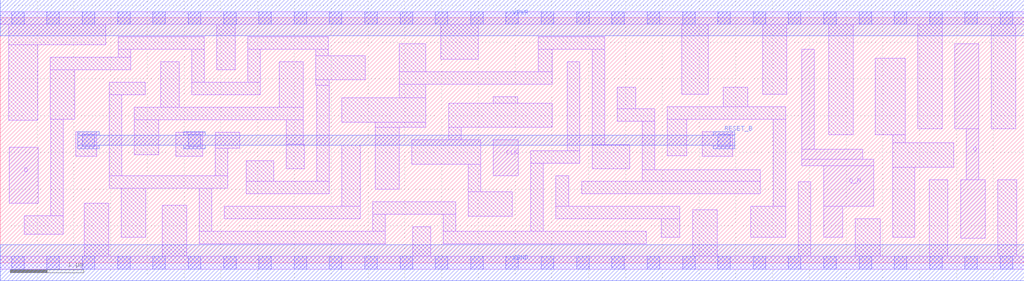
<source format=lef>
# Copyright 2020 The SkyWater PDK Authors
#
# Licensed under the Apache License, Version 2.0 (the "License");
# you may not use this file except in compliance with the License.
# You may obtain a copy of the License at
#
#     https://www.apache.org/licenses/LICENSE-2.0
#
# Unless required by applicable law or agreed to in writing, software
# distributed under the License is distributed on an "AS IS" BASIS,
# WITHOUT WARRANTIES OR CONDITIONS OF ANY KIND, either express or implied.
# See the License for the specific language governing permissions and
# limitations under the License.
#
# SPDX-License-Identifier: Apache-2.0

VERSION 5.7 ;
  NOWIREEXTENSIONATPIN ON ;
  DIVIDERCHAR "/" ;
  BUSBITCHARS "[]" ;
UNITS
  DATABASE MICRONS 200 ;
END UNITS
MACRO sky130_fd_sc_hs__dfrbp_2
  CLASS CORE ;
  FOREIGN sky130_fd_sc_hs__dfrbp_2 ;
  ORIGIN  0.000000  0.000000 ;
  SIZE  13.92000 BY  3.330000 ;
  SYMMETRY X Y R90 ;
  SITE unit ;
  PIN D
    ANTENNAGATEAREA  0.126000 ;
    DIRECTION INPUT ;
    USE SIGNAL ;
    PORT
      LAYER li1 ;
        RECT 0.125000 0.810000 0.515000 1.570000 ;
    END
  END D
  PIN Q
    ANTENNADIFFAREA  0.543200 ;
    DIRECTION OUTPUT ;
    USE SIGNAL ;
    PORT
      LAYER li1 ;
        RECT 12.975000 1.820000 13.305000 2.980000 ;
        RECT 13.060000 0.330000 13.390000 1.130000 ;
        RECT 13.135000 1.130000 13.305000 1.820000 ;
    END
  END Q
  PIN Q_N
    ANTENNADIFFAREA  0.543200 ;
    DIRECTION OUTPUT ;
    USE SIGNAL ;
    PORT
      LAYER li1 ;
        RECT 10.895000 1.320000 11.875000 1.410000 ;
        RECT 10.895000 1.410000 11.725000 1.540000 ;
        RECT 10.895000 1.540000 11.065000 2.900000 ;
        RECT 11.195000 0.350000 11.455000 0.770000 ;
        RECT 11.195000 0.770000 11.875000 1.320000 ;
    END
  END Q_N
  PIN RESET_B
    ANTENNAGATEAREA  0.378000 ;
    DIRECTION INPUT ;
    USE SIGNAL ;
    PORT
      LAYER met1 ;
        RECT 1.055000 1.550000 1.345000 1.595000 ;
        RECT 1.055000 1.595000 9.985000 1.735000 ;
        RECT 1.055000 1.735000 1.345000 1.780000 ;
        RECT 2.495000 1.550000 2.785000 1.595000 ;
        RECT 2.495000 1.735000 2.785000 1.780000 ;
        RECT 9.695000 1.550000 9.985000 1.595000 ;
        RECT 9.695000 1.735000 9.985000 1.780000 ;
    END
  END RESET_B
  PIN CLK
    ANTENNAGATEAREA  0.279000 ;
    DIRECTION INPUT ;
    USE CLOCK ;
    PORT
      LAYER li1 ;
        RECT 6.705000 1.180000 7.045000 1.670000 ;
    END
  END CLK
  PIN VGND
    DIRECTION INOUT ;
    USE GROUND ;
    PORT
      LAYER met1 ;
        RECT 0.000000 -0.245000 13.920000 0.245000 ;
    END
  END VGND
  PIN VPWR
    DIRECTION INOUT ;
    USE POWER ;
    PORT
      LAYER met1 ;
        RECT 0.000000 3.085000 13.920000 3.575000 ;
    END
  END VPWR
  OBS
    LAYER li1 ;
      RECT  0.000000 -0.085000 13.920000 0.085000 ;
      RECT  0.000000  3.245000 13.920000 3.415000 ;
      RECT  0.115000  1.940000  0.510000 2.965000 ;
      RECT  0.115000  2.965000  1.435000 3.245000 ;
      RECT  0.325000  0.390000  0.855000 0.640000 ;
      RECT  0.680000  1.950000  1.010000 2.625000 ;
      RECT  0.680000  2.625000  1.775000 2.795000 ;
      RECT  0.685000  0.640000  0.855000 1.950000 ;
      RECT  1.025000  1.450000  1.315000 1.780000 ;
      RECT  1.145000  0.085000  1.475000 0.810000 ;
      RECT  1.485000  1.015000  3.095000 1.185000 ;
      RECT  1.485000  1.185000  1.655000 2.285000 ;
      RECT  1.485000  2.285000  1.970000 2.455000 ;
      RECT  1.605000  2.795000  1.775000 2.905000 ;
      RECT  1.605000  2.905000  2.775000 3.075000 ;
      RECT  1.645000  0.350000  1.975000 1.015000 ;
      RECT  1.825000  1.470000  2.155000 1.945000 ;
      RECT  1.825000  1.945000  4.120000 2.115000 ;
      RECT  2.185000  2.115000  2.435000 2.735000 ;
      RECT  2.205000  0.085000  2.535000 0.780000 ;
      RECT  2.385000  1.445000  2.755000 1.775000 ;
      RECT  2.605000  2.285000  3.535000 2.455000 ;
      RECT  2.605000  2.455000  2.775000 2.905000 ;
      RECT  2.705000  0.255000  5.235000 0.425000 ;
      RECT  2.705000  0.425000  2.875000 1.015000 ;
      RECT  2.925000  1.185000  3.095000 1.555000 ;
      RECT  2.925000  1.555000  3.255000 1.775000 ;
      RECT  2.945000  2.625000  3.195000 3.245000 ;
      RECT  3.045000  0.595000  4.895000 0.765000 ;
      RECT  3.345000  0.935000  4.475000 1.105000 ;
      RECT  3.345000  1.105000  3.715000 1.385000 ;
      RECT  3.365000  2.455000  3.535000 2.905000 ;
      RECT  3.365000  2.905000  4.460000 3.075000 ;
      RECT  3.790000  2.115000  4.120000 2.735000 ;
      RECT  3.885000  1.275000  4.135000 1.610000 ;
      RECT  3.885000  1.610000  4.120000 1.945000 ;
      RECT  4.290000  2.410000  4.475000 2.485000 ;
      RECT  4.290000  2.485000  4.960000 2.815000 ;
      RECT  4.290000  2.815000  4.460000 2.905000 ;
      RECT  4.305000  1.105000  4.475000 2.410000 ;
      RECT  4.645000  0.765000  4.895000 1.600000 ;
      RECT  4.645000  1.910000  5.785000 2.240000 ;
      RECT  5.065000  0.425000  5.235000 0.660000 ;
      RECT  5.065000  0.660000  6.195000 0.830000 ;
      RECT  5.095000  1.000000  5.425000 1.840000 ;
      RECT  5.095000  1.840000  5.785000 1.910000 ;
      RECT  5.425000  2.240000  5.785000 2.425000 ;
      RECT  5.425000  2.425000  7.505000 2.595000 ;
      RECT  5.425000  2.595000  5.785000 2.980000 ;
      RECT  5.595000  1.340000  6.535000 1.670000 ;
      RECT  5.605000  0.085000  5.855000 0.490000 ;
      RECT  5.990000  2.765000  6.500000 3.245000 ;
      RECT  6.025000  0.255000  8.780000 0.425000 ;
      RECT  6.025000  0.425000  6.195000 0.660000 ;
      RECT  6.095000  1.670000  6.265000 1.840000 ;
      RECT  6.095000  1.840000  7.505000 2.170000 ;
      RECT  6.365000  0.635000  6.960000 0.965000 ;
      RECT  6.365000  0.965000  6.535000 1.340000 ;
      RECT  6.705000  2.170000  7.035000 2.255000 ;
      RECT  7.215000  0.425000  7.385000 1.355000 ;
      RECT  7.215000  1.355000  7.880000 1.525000 ;
      RECT  7.315000  2.595000  7.505000 2.905000 ;
      RECT  7.315000  2.905000  8.220000 3.075000 ;
      RECT  7.555000  0.595000  9.235000 0.765000 ;
      RECT  7.555000  0.765000  7.725000 1.185000 ;
      RECT  7.710000  1.525000  7.880000 2.735000 ;
      RECT  7.905000  0.935000 10.335000 1.105000 ;
      RECT  8.050000  1.275000  8.555000 1.605000 ;
      RECT  8.050000  1.605000  8.220000 2.905000 ;
      RECT  8.390000  1.925000  8.895000 2.095000 ;
      RECT  8.390000  2.095000  8.640000 2.385000 ;
      RECT  8.725000  1.105000 10.335000 1.265000 ;
      RECT  8.725000  1.265000  8.895000 1.925000 ;
      RECT  8.985000  0.350000  9.235000 0.595000 ;
      RECT  9.065000  1.455000  9.330000 1.950000 ;
      RECT  9.065000  1.950000 10.675000 2.120000 ;
      RECT  9.265000  2.290000  9.625000 3.245000 ;
      RECT  9.415000  0.085000  9.745000 0.720000 ;
      RECT  9.540000  1.450000  9.955000 1.780000 ;
      RECT  9.830000  2.120000 10.160000 2.385000 ;
      RECT 10.205000  0.350000 10.675000 0.765000 ;
      RECT 10.365000  2.290000 10.695000 3.245000 ;
      RECT 10.505000  0.765000 10.675000 1.950000 ;
      RECT 10.845000  0.085000 11.015000 1.100000 ;
      RECT 11.265000  1.740000 11.595000 3.245000 ;
      RECT 11.625000  0.085000 11.965000 0.600000 ;
      RECT 11.895000  1.740000 12.305000 2.780000 ;
      RECT 12.135000  0.350000 12.430000 1.300000 ;
      RECT 12.135000  1.300000 12.965000 1.630000 ;
      RECT 12.135000  1.630000 12.305000 1.740000 ;
      RECT 12.475000  1.820000 12.805000 3.245000 ;
      RECT 12.630000  0.085000 12.880000 1.130000 ;
      RECT 13.475000  1.820000 13.805000 3.245000 ;
      RECT 13.560000  0.085000 13.820000 1.130000 ;
    LAYER mcon ;
      RECT  0.155000 -0.085000  0.325000 0.085000 ;
      RECT  0.155000  3.245000  0.325000 3.415000 ;
      RECT  0.635000 -0.085000  0.805000 0.085000 ;
      RECT  0.635000  3.245000  0.805000 3.415000 ;
      RECT  1.115000 -0.085000  1.285000 0.085000 ;
      RECT  1.115000  1.580000  1.285000 1.750000 ;
      RECT  1.115000  3.245000  1.285000 3.415000 ;
      RECT  1.595000 -0.085000  1.765000 0.085000 ;
      RECT  1.595000  3.245000  1.765000 3.415000 ;
      RECT  2.075000 -0.085000  2.245000 0.085000 ;
      RECT  2.075000  3.245000  2.245000 3.415000 ;
      RECT  2.555000 -0.085000  2.725000 0.085000 ;
      RECT  2.555000  1.580000  2.725000 1.750000 ;
      RECT  2.555000  3.245000  2.725000 3.415000 ;
      RECT  3.035000 -0.085000  3.205000 0.085000 ;
      RECT  3.035000  3.245000  3.205000 3.415000 ;
      RECT  3.515000 -0.085000  3.685000 0.085000 ;
      RECT  3.515000  3.245000  3.685000 3.415000 ;
      RECT  3.995000 -0.085000  4.165000 0.085000 ;
      RECT  3.995000  3.245000  4.165000 3.415000 ;
      RECT  4.475000 -0.085000  4.645000 0.085000 ;
      RECT  4.475000  3.245000  4.645000 3.415000 ;
      RECT  4.955000 -0.085000  5.125000 0.085000 ;
      RECT  4.955000  3.245000  5.125000 3.415000 ;
      RECT  5.435000 -0.085000  5.605000 0.085000 ;
      RECT  5.435000  3.245000  5.605000 3.415000 ;
      RECT  5.915000 -0.085000  6.085000 0.085000 ;
      RECT  5.915000  3.245000  6.085000 3.415000 ;
      RECT  6.395000 -0.085000  6.565000 0.085000 ;
      RECT  6.395000  3.245000  6.565000 3.415000 ;
      RECT  6.875000 -0.085000  7.045000 0.085000 ;
      RECT  6.875000  3.245000  7.045000 3.415000 ;
      RECT  7.355000 -0.085000  7.525000 0.085000 ;
      RECT  7.355000  3.245000  7.525000 3.415000 ;
      RECT  7.835000 -0.085000  8.005000 0.085000 ;
      RECT  7.835000  3.245000  8.005000 3.415000 ;
      RECT  8.315000 -0.085000  8.485000 0.085000 ;
      RECT  8.315000  3.245000  8.485000 3.415000 ;
      RECT  8.795000 -0.085000  8.965000 0.085000 ;
      RECT  8.795000  3.245000  8.965000 3.415000 ;
      RECT  9.275000 -0.085000  9.445000 0.085000 ;
      RECT  9.275000  3.245000  9.445000 3.415000 ;
      RECT  9.755000 -0.085000  9.925000 0.085000 ;
      RECT  9.755000  1.580000  9.925000 1.750000 ;
      RECT  9.755000  3.245000  9.925000 3.415000 ;
      RECT 10.235000 -0.085000 10.405000 0.085000 ;
      RECT 10.235000  3.245000 10.405000 3.415000 ;
      RECT 10.715000 -0.085000 10.885000 0.085000 ;
      RECT 10.715000  3.245000 10.885000 3.415000 ;
      RECT 11.195000 -0.085000 11.365000 0.085000 ;
      RECT 11.195000  3.245000 11.365000 3.415000 ;
      RECT 11.675000 -0.085000 11.845000 0.085000 ;
      RECT 11.675000  3.245000 11.845000 3.415000 ;
      RECT 12.155000 -0.085000 12.325000 0.085000 ;
      RECT 12.155000  3.245000 12.325000 3.415000 ;
      RECT 12.635000 -0.085000 12.805000 0.085000 ;
      RECT 12.635000  3.245000 12.805000 3.415000 ;
      RECT 13.115000 -0.085000 13.285000 0.085000 ;
      RECT 13.115000  3.245000 13.285000 3.415000 ;
      RECT 13.595000 -0.085000 13.765000 0.085000 ;
      RECT 13.595000  3.245000 13.765000 3.415000 ;
  END
END sky130_fd_sc_hs__dfrbp_2
END LIBRARY

</source>
